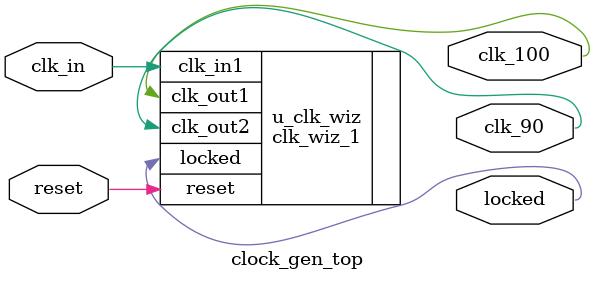
<source format=v>
module clock_gen_top(
    input  wire clk_in,
    input  wire reset,
    output wire clk_100,
    output wire clk_90,
    output wire locked
);

    clk_wiz_1 u_clk_wiz (
        .clk_in1 (clk_in),
        .reset   (reset),
        .clk_out1(clk_100),
        .clk_out2(clk_90),
        .locked  (locked)
    );

endmodule

</source>
